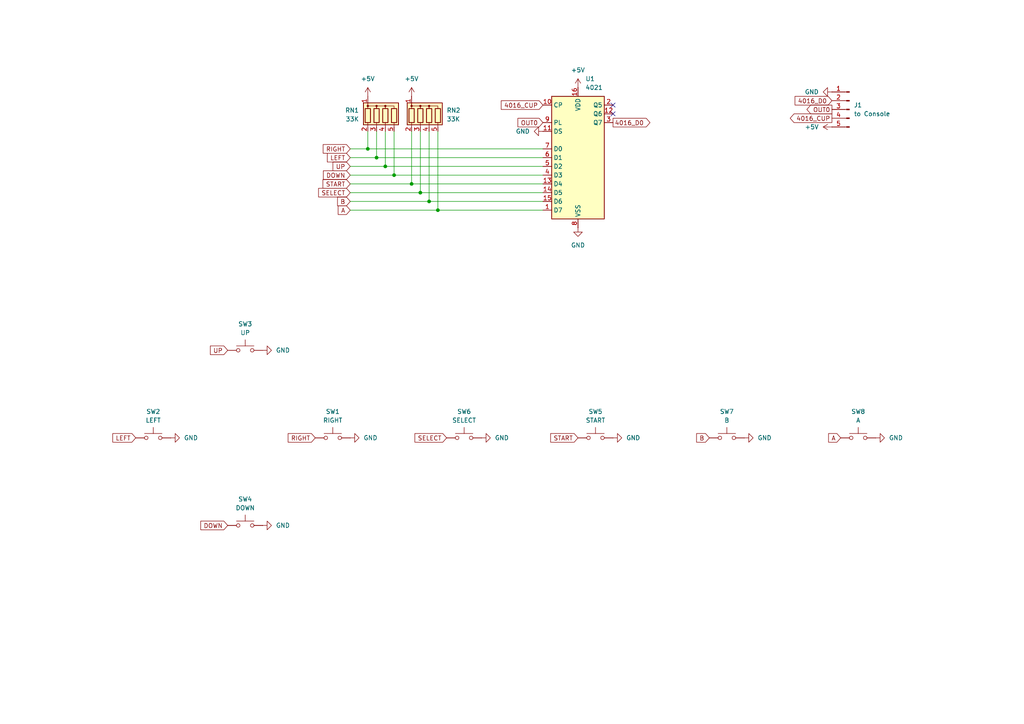
<source format=kicad_sch>
(kicad_sch (version 20250114) (generator "eeschema") (generator_version "9.0")
  (paper "A4")
  (lib_symbols
    (symbol "4xxx:4021"
      (property "Reference" "U" (at -5.08 19.05 0))
      (property "Value" "4021" (at 3.81 19.05 0))
      (symbol "4021_0_1"
        (rectangle (start -7.62 17.78) (end 7.62 -17.78) (stroke (width 0.254)) (fill (type background)))
      )
      (symbol "4021_1_1"
        (pin input line (at -10.16 15.24 0) (length 2.54) (name "CP") (number "10"))
        (pin input line (at -10.16 10.16 0) (length 2.54) (name "PL") (number "9"))
        (pin input line (at -10.16 7.62 0) (length 2.54) (name "DS") (number "11"))
        (pin input line (at -10.16 2.54 0) (length 2.54) (name "D0") (number "7"))
        (pin input line (at -10.16 0 0) (length 2.54) (name "D1") (number "6"))
        (pin input line (at -10.16 -2.54 0) (length 2.54) (name "D2") (number "5"))
        (pin input line (at -10.16 -5.08 0) (length 2.54) (name "D3") (number "4"))
        (pin input line (at -10.16 -7.62 0) (length 2.54) (name "D4") (number "13"))
        (pin input line (at -10.16 -10.16 0) (length 2.54) (name "D5") (number "14"))
        (pin input line (at -10.16 -12.7 0) (length 2.54) (name "D6") (number "15"))
        (pin input line (at -10.16 -15.24 0) (length 2.54) (name "D7") (number "1"))
        (pin power_in line (at 0 20.32 270) (length 2.54) (name "VDD") (number "16"))
        (pin power_in line (at 0 -20.32 90) (length 2.54) (name "VSS") (number "8"))
        (pin output line (at 10.16 15.24 180) (length 2.54) (name "Q5") (number "2"))
        (pin output line (at 10.16 12.7 180) (length 2.54) (name "Q6") (number "12"))
        (pin output line (at 10.16 10.16 180) (length 2.54) (name "Q7") (number "3"))
      )
    )
    (symbol "Connector:Conn_01x05_Pin" (pin_names (offset 1.016) (hide yes))
      (property "Reference" "J" (at 0 7.62 0))
      (property "Value" "Conn_01x05_Pin" (at 0 -7.62 0))
      (symbol "Conn_01x05_Pin_1_1"
        (rectangle (start 0.8636 5.207) (end 0 4.953) (stroke (width 0.1524)) (fill (type outline)))
        (rectangle (start 0.8636 2.667) (end 0 2.413) (stroke (width 0.1524)) (fill (type outline)))
        (rectangle (start 0.8636 0.127) (end 0 -0.127) (stroke (width 0.1524)) (fill (type outline)))
        (rectangle (start 0.8636 -2.413) (end 0 -2.667) (stroke (width 0.1524)) (fill (type outline)))
        (rectangle (start 0.8636 -4.953) (end 0 -5.207) (stroke (width 0.1524)) (fill (type outline)))
        (polyline (pts (xy 1.27 5.08) (xy 0.8636 5.08)) (stroke (width 0.1524)))
        (polyline (pts (xy 1.27 2.54) (xy 0.8636 2.54)) (stroke (width 0.1524)))
        (polyline (pts (xy 1.27 0) (xy 0.8636 0)) (stroke (width 0.1524)))
        (polyline (pts (xy 1.27 -2.54) (xy 0.8636 -2.54)) (stroke (width 0.1524)))
        (polyline (pts (xy 1.27 -5.08) (xy 0.8636 -5.08)) (stroke (width 0.1524)))
        (pin passive line (at 5.08 5.08 180) (length 3.81) (name "Pin_1") (number "1"))
        (pin passive line (at 5.08 2.54 180) (length 3.81) (name "Pin_2") (number "2"))
        (pin passive line (at 5.08 0 180) (length 3.81) (name "Pin_3") (number "3"))
        (pin passive line (at 5.08 -2.54 180) (length 3.81) (name "Pin_4") (number "4"))
        (pin passive line (at 5.08 -5.08 180) (length 3.81) (name "Pin_5") (number "5"))
      )
    )
    (symbol "Device:R_Network04" (pin_names (offset 0) (hide yes))
      (property "Reference" "RN" (at -7.62 0 90))
      (property "Value" "R_Network04" (at 5.08 0 90))
      (symbol "R_Network04_0_1"
        (rectangle (start -6.35 -3.175) (end 3.81 3.175) (stroke (width 0.254)) (fill (type background)))
        (rectangle (start -5.842 1.524) (end -4.318 -2.54) (stroke (width 0.254)))
        (circle (center -5.08 2.286) (radius 0.254) (fill (type outline)))
        (polyline (pts (xy -5.08 1.524) (xy -5.08 2.286) (xy -2.54 2.286) (xy -2.54 1.524)))
        (polyline (pts (xy -5.08 -2.54) (xy -5.08 -3.81)))
        (rectangle (start -3.302 1.524) (end -1.778 -2.54) (stroke (width 0.254)))
        (circle (center -2.54 2.286) (radius 0.254) (fill (type outline)))
        (polyline (pts (xy -2.54 1.524) (xy -2.54 2.286) (xy 0 2.286) (xy 0 1.524)))
        (polyline (pts (xy -2.54 -2.54) (xy -2.54 -3.81)))
        (rectangle (start -0.762 1.524) (end 0.762 -2.54) (stroke (width 0.254)))
        (circle (center 0 2.286) (radius 0.254) (fill (type outline)))
        (polyline (pts (xy 0 1.524) (xy 0 2.286) (xy 2.54 2.286) (xy 2.54 1.524)))
        (polyline (pts (xy 0 -2.54) (xy 0 -3.81)))
        (rectangle (start 1.778 1.524) (end 3.302 -2.54) (stroke (width 0.254)))
        (polyline (pts (xy 2.54 -2.54) (xy 2.54 -3.81)))
      )
      (symbol "R_Network04_1_1"
        (pin passive line (at -5.08 5.08 270) (length 2.54) (name "common") (number "1"))
        (pin passive line (at -5.08 -5.08 90) (length 1.27) (name "R1") (number "2"))
        (pin passive line (at -2.54 -5.08 90) (length 1.27) (name "R2") (number "3"))
        (pin passive line (at 0 -5.08 90) (length 1.27) (name "R3") (number "4"))
        (pin passive line (at 2.54 -5.08 90) (length 1.27) (name "R4") (number "5"))
      )
    )
    (symbol "Switch:SW_Push" (pin_numbers (hide yes)) (pin_names (offset 1.016) (hide yes))
      (property "Reference" "SW" (at 1.27 2.54 0))
      (property "Value" "SW_Push" (at 0 -1.524 0))
      (symbol "SW_Push_0_1"
        (circle (center -2.032 0) (radius 0.508))
        (polyline (pts (xy 0 1.27) (xy 0 3.048)))
        (circle (center 2.032 0) (radius 0.508))
        (polyline (pts (xy 2.54 1.27) (xy -2.54 1.27)))
        (pin passive line (at -5.08 0 0) (length 2.54) (name "1") (number "1"))
        (pin passive line (at 5.08 0 180) (length 2.54) (name "2") (number "2"))
      )
    )
    (symbol "power:+5V" (power) (pin_numbers (hide yes)) (pin_names (offset 0) (hide yes))
      (property "Value" "+5V" (at 0 3.556 0))
      (symbol "+5V_0_1"
        (polyline (pts (xy -0.762 1.27) (xy 0 2.54)))
        (polyline (pts (xy 0 2.54) (xy 0.762 1.27)))
        (polyline (pts (xy 0 0) (xy 0 2.54)))
      )
      (symbol "+5V_1_1"
        (pin power_in line (at 0 0 90) (length 0) (name "~") (number "1"))
      )
    )
    (symbol "power:GND" (power) (pin_numbers (hide yes)) (pin_names (offset 0) (hide yes))
      (property "Value" "GND" (at 0 -3.81 0))
      (symbol "GND_0_1"
        (polyline (pts (xy 0 0) (xy 0 -1.27) (xy 1.27 -1.27) (xy 0 -2.54) (xy -1.27 -1.27) (xy 0 -1.27)))
      )
      (symbol "GND_1_1"
        (pin power_in line (at 0 0 270) (length 0) (name "~") (number "1"))
      )
    )
  )
  (junction (at 106.68 43.18))
  (junction (at 121.92 55.88))
  (junction (at 124.46 58.42))
  (junction (at 109.22 45.72))
  (junction (at 127 60.96))
  (junction (at 114.3 50.8))
  (junction (at 119.38 53.34))
  (junction (at 111.76 48.26))
  (no_connect (at 177.8 30.48))
  (no_connect (at 177.8 33.02))
  (wire (pts (xy 101.6 55.88) (xy 121.92 55.88)))
  (wire (pts (xy 101.6 60.96) (xy 127 60.96)))
  (wire (pts (xy 119.38 38.1) (xy 119.38 53.34)))
  (wire (pts (xy 101.6 43.18) (xy 106.68 43.18)))
  (wire (pts (xy 111.76 48.26) (xy 157.48 48.26)))
  (wire (pts (xy 109.22 38.1) (xy 109.22 45.72)))
  (wire (pts (xy 124.46 38.1) (xy 124.46 58.42)))
  (wire (pts (xy 114.3 38.1) (xy 114.3 50.8)))
  (wire (pts (xy 119.38 53.34) (xy 157.48 53.34)))
  (wire (pts (xy 121.92 55.88) (xy 157.48 55.88)))
  (wire (pts (xy 101.6 50.8) (xy 114.3 50.8)))
  (wire (pts (xy 106.68 43.18) (xy 157.48 43.18)))
  (wire (pts (xy 124.46 58.42) (xy 157.48 58.42)))
  (wire (pts (xy 101.6 53.34) (xy 119.38 53.34)))
  (wire (pts (xy 127 60.96) (xy 157.48 60.96)))
  (wire (pts (xy 101.6 48.26) (xy 111.76 48.26)))
  (wire (pts (xy 101.6 58.42) (xy 124.46 58.42)))
  (wire (pts (xy 106.68 38.1) (xy 106.68 43.18)))
  (wire (pts (xy 111.76 38.1) (xy 111.76 48.26)))
  (wire (pts (xy 127 38.1) (xy 127 60.96)))
  (wire (pts (xy 109.22 45.72) (xy 157.48 45.72)))
  (wire (pts (xy 121.92 38.1) (xy 121.92 55.88)))
  (wire (pts (xy 114.3 50.8) (xy 157.48 50.8)))
  (wire (pts (xy 101.6 45.72) (xy 109.22 45.72)))
  (global_label "START" (shape input) (at 167.64 127 180) (property "Intersheetrefs" "${INTERSHEET_REFS}" (effects (hide yes))))
  (global_label "OUT0" (shape input) (at 157.48 35.56 180) (property "Intersheetrefs" "${INTERSHEET_REFS}" (effects (hide yes))))
  (global_label "4016_CUP" (shape output) (at 241.3 34.29 180) (property "Intersheetrefs" "${INTERSHEET_REFS}" (effects (hide yes))))
  (global_label "B" (shape input) (at 205.74 127 180) (property "Intersheetrefs" "${INTERSHEET_REFS}" (effects (hide yes))))
  (global_label "RIGHT" (shape input) (at 91.44 127 180) (property "Intersheetrefs" "${INTERSHEET_REFS}" (effects (hide yes))))
  (global_label "START" (shape input) (at 101.6 53.34 180) (property "Intersheetrefs" "${INTERSHEET_REFS}" (effects (hide yes))))
  (global_label "LEFT" (shape input) (at 101.6 45.72 180) (property "Intersheetrefs" "${INTERSHEET_REFS}" (effects (hide yes))))
  (global_label "UP" (shape input) (at 101.6 48.26 180) (property "Intersheetrefs" "${INTERSHEET_REFS}" (effects (hide yes))))
  (global_label "4016_CUP" (shape input) (at 157.48 30.48 180) (property "Intersheetrefs" "${INTERSHEET_REFS}" (effects (hide yes))))
  (global_label "4016_D0" (shape input) (at 241.3 29.21 180) (property "Intersheetrefs" "${INTERSHEET_REFS}" (effects (hide yes))))
  (global_label "UP" (shape input) (at 66.04 101.6 180) (property "Intersheetrefs" "${INTERSHEET_REFS}" (effects (hide yes))))
  (global_label "LEFT" (shape input) (at 39.37 127 180) (property "Intersheetrefs" "${INTERSHEET_REFS}" (effects (hide yes))))
  (global_label "A" (shape input) (at 101.6 60.96 180) (property "Intersheetrefs" "${INTERSHEET_REFS}" (effects (hide yes))))
  (global_label "4016_D0" (shape output) (at 177.8 35.56 0) (property "Intersheetrefs" "${INTERSHEET_REFS}" (effects (hide yes))))
  (global_label "B" (shape input) (at 101.6 58.42 180) (property "Intersheetrefs" "${INTERSHEET_REFS}" (effects (hide yes))))
  (global_label "A" (shape input) (at 243.84 127 180) (property "Intersheetrefs" "${INTERSHEET_REFS}" (effects (hide yes))))
  (global_label "SELECT" (shape input) (at 101.6 55.88 180) (property "Intersheetrefs" "${INTERSHEET_REFS}" (effects (hide yes))))
  (global_label "OUT0" (shape output) (at 241.3 31.75 180) (property "Intersheetrefs" "${INTERSHEET_REFS}" (effects (hide yes))))
  (global_label "RIGHT" (shape input) (at 101.6 43.18 180) (property "Intersheetrefs" "${INTERSHEET_REFS}" (effects (hide yes))))
  (global_label "DOWN" (shape input) (at 101.6 50.8 180) (property "Intersheetrefs" "${INTERSHEET_REFS}" (effects (hide yes))))
  (global_label "DOWN" (shape input) (at 66.04 152.4 180) (property "Intersheetrefs" "${INTERSHEET_REFS}" (effects (hide yes))))
  (global_label "SELECT" (shape input) (at 129.54 127 180) (property "Intersheetrefs" "${INTERSHEET_REFS}" (effects (hide yes))))
  (symbol (lib_id "4xxx:4021") (at 167.64 45.72 0) (unit 1)
    (property "Reference" "U1" (at 169.7833 22.86 0) (effects (justify left)))
    (property "Value" "4021" (at 169.7833 25.4 0) (effects (justify left)))
    (property "Footprint" "Nintendo:DIP16" (effects (hide yes)))
    (property "Datasheet" "https://assets.nexperia.com/documents/data-sheet/HEF4021B.pdf" (effects (hide yes)))
    (property "Description" "8-bit static shift register" (effects (hide yes)))
  )
  (symbol (lib_id "power:GND") (at 139.7 127 90) (unit 1)
    (property "Reference" "#PWR019" (effects (hide yes)))
    (property "Value" "GND" (at 143.51 126.9999 90) (effects (justify right)))
    (property "Description" "Power symbol creates a global label with name \"GND\" , ground" (effects (hide yes)))
  )
  (symbol (lib_id "power:GND") (at 101.6 127 90) (unit 1)
    (property "Reference" "#PWR014" (effects (hide yes)))
    (property "Value" "GND" (at 105.41 126.9999 90) (effects (justify right)))
    (property "Description" "Power symbol creates a global label with name \"GND\" , ground" (effects (hide yes)))
  )
  (symbol (lib_id "power:GND") (at 177.8 127 90) (unit 1)
    (property "Reference" "#PWR018" (effects (hide yes)))
    (property "Value" "GND" (at 181.61 126.9999 90) (effects (justify right)))
    (property "Description" "Power symbol creates a global label with name \"GND\" , ground" (effects (hide yes)))
  )
  (symbol (lib_id "Switch:SW_Push") (at 96.52 127 0) (unit 1)
    (property "Reference" "SW1" (at 96.52 119.38 0))
    (property "Value" "RIGHT" (at 96.52 121.92 0))
    (property "Footprint" "Nintendo:BUTTON_DPAD" (effects (hide yes)))
    (property "Description" "Push button switch, generic, two pins" (effects (hide yes)))
  )
  (symbol (lib_id "power:+5V") (at 241.3 36.83 90) (unit 1)
    (property "Reference" "#PWR04" (effects (hide yes)))
    (property "Value" "+5V" (at 237.49 36.8299 90) (effects (justify left)))
    (property "Description" "Power symbol creates a global label with name \"+5V\"" (effects (hide yes)))
  )
  (symbol (lib_id "power:GND") (at 254 127 90) (unit 1)
    (property "Reference" "#PWR021" (effects (hide yes)))
    (property "Value" "GND" (at 257.81 126.9999 90) (effects (justify right)))
    (property "Description" "Power symbol creates a global label with name \"GND\" , ground" (effects (hide yes)))
  )
  (symbol (lib_id "Connector:Conn_01x05_Pin") (at 246.38 31.75 0) (mirror y) (unit 1)
    (property "Reference" "J1" (at 247.65 30.4799 0) (effects (justify right)))
    (property "Value" "to Console" (at 247.65 33.0199 0) (effects (justify right)))
    (property "Description" "Generic connector, single row, 01x05, script generated" (effects (hide yes)))
  )
  (symbol (lib_id "power:+5V") (at 119.38 27.94 0) (unit 1)
    (property "Reference" "#PWR023" (effects (hide yes)))
    (property "Value" "+5V" (at 119.38 22.86 0))
    (property "Description" "Power symbol creates a global label with name \"+5V\"" (effects (hide yes)))
  )
  (symbol (lib_id "power:GND") (at 215.9 127 90) (unit 1)
    (property "Reference" "#PWR020" (effects (hide yes)))
    (property "Value" "GND" (at 219.71 126.9999 90) (effects (justify right)))
    (property "Description" "Power symbol creates a global label with name \"GND\" , ground" (effects (hide yes)))
  )
  (symbol (lib_id "power:GND") (at 76.2 152.4 90) (unit 1)
    (property "Reference" "#PWR017" (effects (hide yes)))
    (property "Value" "GND" (at 80.01 152.3999 90) (effects (justify right)))
    (property "Description" "Power symbol creates a global label with name \"GND\" , ground" (effects (hide yes)))
  )
  (symbol (lib_id "Switch:SW_Push") (at 44.45 127 0) (unit 1)
    (property "Reference" "SW2" (at 44.45 119.38 0))
    (property "Value" "LEFT" (at 44.45 121.92 0))
    (property "Footprint" "Nintendo:BUTTON_DPAD" (effects (hide yes)))
    (property "Description" "Push button switch, generic, two pins" (effects (hide yes)))
  )
  (symbol (lib_id "Switch:SW_Push") (at 172.72 127 0) (unit 1)
    (property "Reference" "SW5" (at 172.72 119.38 0))
    (property "Value" "START" (at 172.72 121.92 0))
    (property "Footprint" "Nintendo:BUTTON_DPAD" (effects (hide yes)))
    (property "Description" "Push button switch, generic, two pins" (effects (hide yes)))
  )
  (symbol (lib_id "Device:R_Network04") (at 111.76 33.02 0) (unit 1)
    (property "Reference" "RN1" (at 104.14 32.0039 0) (effects (justify right)))
    (property "Value" "33K" (at 104.14 34.5439 0) (effects (justify right)))
  )
  (symbol (lib_id "power:GND") (at 167.64 66.04 0) (unit 1)
    (property "Reference" "#PWR02" (effects (hide yes)))
    (property "Value" "GND" (at 167.64 71.12 0))
    (property "Description" "Power symbol creates a global label with name \"GND\" , ground" (effects (hide yes)))
  )
  (symbol (lib_id "power:+5V") (at 106.68 27.94 0) (unit 1)
    (property "Reference" "#PWR022" (effects (hide yes)))
    (property "Value" "+5V" (at 106.68 22.86 0))
    (property "Description" "Power symbol creates a global label with name \"+5V\"" (effects (hide yes)))
  )
  (symbol (lib_id "power:GND") (at 157.48 38.1 270) (unit 1)
    (property "Reference" "#PWR05" (effects (hide yes)))
    (property "Value" "GND" (at 153.67 38.0999 90) (effects (justify right)))
    (property "Description" "Power symbol creates a global label with name \"GND\" , ground" (effects (hide yes)))
  )
  (symbol (lib_id "power:+5V") (at 167.64 25.4 0) (unit 1)
    (property "Reference" "#PWR01" (effects (hide yes)))
    (property "Value" "+5V" (at 167.64 20.32 0))
    (property "Description" "Power symbol creates a global label with name \"+5V\"" (effects (hide yes)))
  )
  (symbol (lib_id "Device:R_Network04") (at 124.46 33.02 0) (unit 1)
    (property "Reference" "RN2" (at 129.54 32.0039 0) (effects (justify left)))
    (property "Value" "33K" (at 129.54 34.5439 0) (effects (justify left)))
  )
  (symbol (lib_id "power:GND") (at 76.2 101.6 90) (unit 1)
    (property "Reference" "#PWR016" (effects (hide yes)))
    (property "Value" "GND" (at 80.01 101.5999 90) (effects (justify right)))
    (property "Description" "Power symbol creates a global label with name \"GND\" , ground" (effects (hide yes)))
  )
  (symbol (lib_id "power:GND") (at 241.3 26.67 270) (unit 1)
    (property "Reference" "#PWR03" (effects (hide yes)))
    (property "Value" "GND" (at 237.49 26.6699 90) (effects (justify right)))
    (property "Description" "Power symbol creates a global label with name \"GND\" , ground" (effects (hide yes)))
  )
  (symbol (lib_id "Switch:SW_Push") (at 71.12 101.6 0) (unit 1)
    (property "Reference" "SW3" (at 71.12 93.98 0))
    (property "Value" "UP" (at 71.12 96.52 0))
    (property "Footprint" "Nintendo:BUTTON_DPAD" (effects (hide yes)))
    (property "Description" "Push button switch, generic, two pins" (effects (hide yes)))
  )
  (symbol (lib_id "Switch:SW_Push") (at 134.62 127 0) (unit 1)
    (property "Reference" "SW6" (at 134.62 119.38 0))
    (property "Value" "SELECT" (at 134.62 121.92 0))
    (property "Footprint" "Nintendo:BUTTON_DPAD" (effects (hide yes)))
    (property "Description" "Push button switch, generic, two pins" (effects (hide yes)))
  )
  (symbol (lib_id "Switch:SW_Push") (at 248.92 127 0) (unit 1)
    (property "Reference" "SW8" (at 248.92 119.38 0))
    (property "Value" "A" (at 248.92 121.92 0))
    (property "Footprint" "Nintendo:BUTTON_AB" (effects (hide yes)))
    (property "Description" "Push button switch, generic, two pins" (effects (hide yes)))
  )
  (symbol (lib_id "power:GND") (at 49.53 127 90) (unit 1)
    (property "Reference" "#PWR015" (effects (hide yes)))
    (property "Value" "GND" (at 53.34 126.9999 90) (effects (justify right)))
    (property "Description" "Power symbol creates a global label with name \"GND\" , ground" (effects (hide yes)))
  )
  (symbol (lib_id "Switch:SW_Push") (at 71.12 152.4 0) (unit 1)
    (property "Reference" "SW4" (at 71.12 144.78 0))
    (property "Value" "DOWN" (at 71.12 147.32 0))
    (property "Footprint" "Nintendo:BUTTON_DPAD" (effects (hide yes)))
    (property "Description" "Push button switch, generic, two pins" (effects (hide yes)))
  )
  (symbol (lib_id "Switch:SW_Push") (at 210.82 127 0) (unit 1)
    (property "Reference" "SW7" (at 210.82 119.38 0))
    (property "Value" "B" (at 210.82 121.92 0))
    (property "Footprint" "Nintendo:BUTTON_AB" (effects (hide yes)))
    (property "Description" "Push button switch, generic, two pins" (effects (hide yes)))
  )
)
</source>
